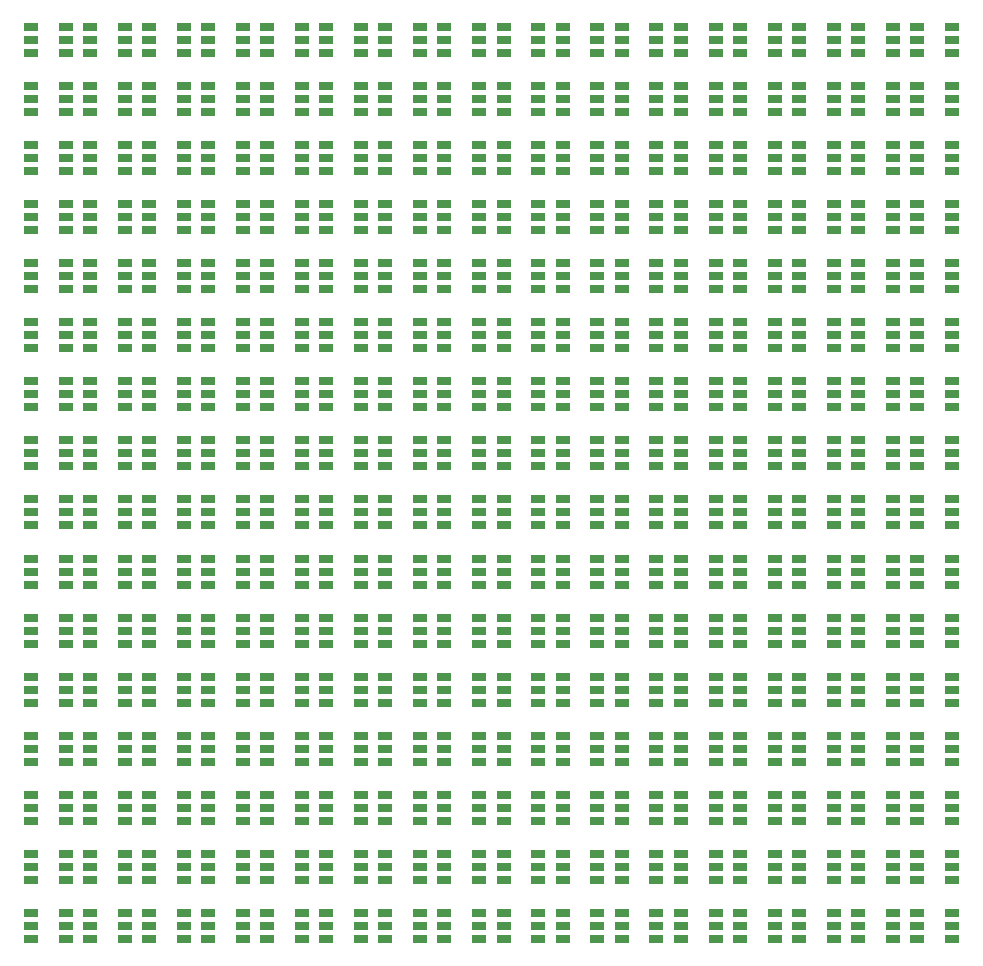
<source format=gbr>
%TF.GenerationSoftware,KiCad,Pcbnew,9.0.7*%
%TF.CreationDate,2026-02-20T11:37:07-08:00*%
%TF.ProjectId,rgb-plate,7267622d-706c-4617-9465-2e6b69636164,rev?*%
%TF.SameCoordinates,Original*%
%TF.FileFunction,Paste,Bot*%
%TF.FilePolarity,Positive*%
%FSLAX46Y46*%
G04 Gerber Fmt 4.6, Leading zero omitted, Abs format (unit mm)*
G04 Created by KiCad (PCBNEW 9.0.7) date 2026-02-20 11:37:07*
%MOMM*%
%LPD*%
G01*
G04 APERTURE LIST*
%ADD10R,1.300000X0.700000*%
G04 APERTURE END LIST*
D10*
%TO.C,D145*%
X147025000Y-62100000D03*
X147025000Y-63200000D03*
X149975000Y-63200000D03*
X149975000Y-62100000D03*
X147025000Y-64300000D03*
X149975000Y-64300000D03*
%TD*%
%TO.C,D133*%
X142025000Y-82100000D03*
X142025000Y-83200000D03*
X144975000Y-83200000D03*
X144975000Y-82100000D03*
X142025000Y-84300000D03*
X144975000Y-84300000D03*
%TD*%
%TO.C,D1*%
X102025000Y-62100000D03*
X102025000Y-63200000D03*
X104975000Y-63200000D03*
X104975000Y-62100000D03*
X102025000Y-64300000D03*
X104975000Y-64300000D03*
%TD*%
%TO.C,D61*%
X117025000Y-122100000D03*
X117025000Y-123200000D03*
X119975000Y-123200000D03*
X119975000Y-122100000D03*
X117025000Y-124300000D03*
X119975000Y-124300000D03*
%TD*%
%TO.C,D143*%
X142025000Y-132100000D03*
X142025000Y-133200000D03*
X144975000Y-133200000D03*
X144975000Y-132100000D03*
X142025000Y-134300000D03*
X144975000Y-134300000D03*
%TD*%
%TO.C,D174*%
X152025000Y-127100000D03*
X152025000Y-128200000D03*
X154975000Y-128200000D03*
X154975000Y-127100000D03*
X152025000Y-129300000D03*
X154975000Y-129300000D03*
%TD*%
%TO.C,D77*%
X122025000Y-122100000D03*
X122025000Y-123200000D03*
X124975000Y-123200000D03*
X124975000Y-122100000D03*
X122025000Y-124300000D03*
X124975000Y-124300000D03*
%TD*%
%TO.C,D239*%
X172025000Y-132100000D03*
X172025000Y-133200000D03*
X174975000Y-133200000D03*
X174975000Y-132100000D03*
X172025000Y-134300000D03*
X174975000Y-134300000D03*
%TD*%
%TO.C,D6*%
X102025000Y-87100000D03*
X102025000Y-88200000D03*
X104975000Y-88200000D03*
X104975000Y-87100000D03*
X102025000Y-89300000D03*
X104975000Y-89300000D03*
%TD*%
%TO.C,D209*%
X167025000Y-62100000D03*
X167025000Y-63200000D03*
X169975000Y-63200000D03*
X169975000Y-62100000D03*
X167025000Y-64300000D03*
X169975000Y-64300000D03*
%TD*%
%TO.C,D44*%
X112025000Y-117100000D03*
X112025000Y-118200000D03*
X114975000Y-118200000D03*
X114975000Y-117100000D03*
X112025000Y-119300000D03*
X114975000Y-119300000D03*
%TD*%
%TO.C,D223*%
X167025000Y-132100000D03*
X167025000Y-133200000D03*
X169975000Y-133200000D03*
X169975000Y-132100000D03*
X167025000Y-134300000D03*
X169975000Y-134300000D03*
%TD*%
%TO.C,D111*%
X132025000Y-132100000D03*
X132025000Y-133200000D03*
X134975000Y-133200000D03*
X134975000Y-132100000D03*
X132025000Y-134300000D03*
X134975000Y-134300000D03*
%TD*%
%TO.C,D19*%
X107025000Y-72100000D03*
X107025000Y-73200000D03*
X109975000Y-73200000D03*
X109975000Y-72100000D03*
X107025000Y-74300000D03*
X109975000Y-74300000D03*
%TD*%
%TO.C,D78*%
X122025000Y-127100000D03*
X122025000Y-128200000D03*
X124975000Y-128200000D03*
X124975000Y-127100000D03*
X122025000Y-129300000D03*
X124975000Y-129300000D03*
%TD*%
%TO.C,D216*%
X167025000Y-97100000D03*
X167025000Y-98200000D03*
X169975000Y-98200000D03*
X169975000Y-97100000D03*
X167025000Y-99300000D03*
X169975000Y-99300000D03*
%TD*%
%TO.C,D30*%
X107025000Y-127100000D03*
X107025000Y-128200000D03*
X109975000Y-128200000D03*
X109975000Y-127100000D03*
X107025000Y-129300000D03*
X109975000Y-129300000D03*
%TD*%
%TO.C,D152*%
X147025000Y-97100000D03*
X147025000Y-98200000D03*
X149975000Y-98200000D03*
X149975000Y-97100000D03*
X147025000Y-99300000D03*
X149975000Y-99300000D03*
%TD*%
%TO.C,D128*%
X137025000Y-137100000D03*
X137025000Y-138200000D03*
X139975000Y-138200000D03*
X139975000Y-137100000D03*
X137025000Y-139300000D03*
X139975000Y-139300000D03*
%TD*%
%TO.C,D158*%
X147025000Y-127100000D03*
X147025000Y-128200000D03*
X149975000Y-128200000D03*
X149975000Y-127100000D03*
X147025000Y-129300000D03*
X149975000Y-129300000D03*
%TD*%
%TO.C,D180*%
X157025000Y-77100000D03*
X157025000Y-78200000D03*
X159975000Y-78200000D03*
X159975000Y-77100000D03*
X157025000Y-79300000D03*
X159975000Y-79300000D03*
%TD*%
%TO.C,D87*%
X127025000Y-92100000D03*
X127025000Y-93200000D03*
X129975000Y-93200000D03*
X129975000Y-92100000D03*
X127025000Y-94300000D03*
X129975000Y-94300000D03*
%TD*%
%TO.C,D42*%
X112025000Y-107100000D03*
X112025000Y-108200000D03*
X114975000Y-108200000D03*
X114975000Y-107100000D03*
X112025000Y-109300000D03*
X114975000Y-109300000D03*
%TD*%
%TO.C,D150*%
X147025000Y-87100000D03*
X147025000Y-88200000D03*
X149975000Y-88200000D03*
X149975000Y-87100000D03*
X147025000Y-89300000D03*
X149975000Y-89300000D03*
%TD*%
%TO.C,D176*%
X152025000Y-137100000D03*
X152025000Y-138200000D03*
X154975000Y-138200000D03*
X154975000Y-137100000D03*
X152025000Y-139300000D03*
X154975000Y-139300000D03*
%TD*%
%TO.C,D29*%
X107025000Y-122100000D03*
X107025000Y-123200000D03*
X109975000Y-123200000D03*
X109975000Y-122100000D03*
X107025000Y-124300000D03*
X109975000Y-124300000D03*
%TD*%
%TO.C,D28*%
X107025000Y-117100000D03*
X107025000Y-118200000D03*
X109975000Y-118200000D03*
X109975000Y-117100000D03*
X107025000Y-119300000D03*
X109975000Y-119300000D03*
%TD*%
%TO.C,D37*%
X112025000Y-82100000D03*
X112025000Y-83200000D03*
X114975000Y-83200000D03*
X114975000Y-82100000D03*
X112025000Y-84300000D03*
X114975000Y-84300000D03*
%TD*%
%TO.C,D164*%
X152025000Y-77100000D03*
X152025000Y-78200000D03*
X154975000Y-78200000D03*
X154975000Y-77100000D03*
X152025000Y-79300000D03*
X154975000Y-79300000D03*
%TD*%
%TO.C,D241*%
X177025000Y-62100000D03*
X177025000Y-63200000D03*
X179975000Y-63200000D03*
X179975000Y-62100000D03*
X177025000Y-64300000D03*
X179975000Y-64300000D03*
%TD*%
%TO.C,D105*%
X132025000Y-102100000D03*
X132025000Y-103200000D03*
X134975000Y-103200000D03*
X134975000Y-102100000D03*
X132025000Y-104300000D03*
X134975000Y-104300000D03*
%TD*%
%TO.C,D132*%
X142025000Y-77100000D03*
X142025000Y-78200000D03*
X144975000Y-78200000D03*
X144975000Y-77100000D03*
X142025000Y-79300000D03*
X144975000Y-79300000D03*
%TD*%
%TO.C,D106*%
X132025000Y-107100000D03*
X132025000Y-108200000D03*
X134975000Y-108200000D03*
X134975000Y-107100000D03*
X132025000Y-109300000D03*
X134975000Y-109300000D03*
%TD*%
%TO.C,D179*%
X157025000Y-72100000D03*
X157025000Y-73200000D03*
X159975000Y-73200000D03*
X159975000Y-72100000D03*
X157025000Y-74300000D03*
X159975000Y-74300000D03*
%TD*%
%TO.C,D7*%
X102025000Y-92100000D03*
X102025000Y-93200000D03*
X104975000Y-93200000D03*
X104975000Y-92100000D03*
X102025000Y-94300000D03*
X104975000Y-94300000D03*
%TD*%
%TO.C,D246*%
X177025000Y-87100000D03*
X177025000Y-88200000D03*
X179975000Y-88200000D03*
X179975000Y-87100000D03*
X177025000Y-89300000D03*
X179975000Y-89300000D03*
%TD*%
%TO.C,D66*%
X122025000Y-67100000D03*
X122025000Y-68200000D03*
X124975000Y-68200000D03*
X124975000Y-67100000D03*
X122025000Y-69300000D03*
X124975000Y-69300000D03*
%TD*%
%TO.C,D153*%
X147025000Y-102100000D03*
X147025000Y-103200000D03*
X149975000Y-103200000D03*
X149975000Y-102100000D03*
X147025000Y-104300000D03*
X149975000Y-104300000D03*
%TD*%
%TO.C,D104*%
X132025000Y-97100000D03*
X132025000Y-98200000D03*
X134975000Y-98200000D03*
X134975000Y-97100000D03*
X132025000Y-99300000D03*
X134975000Y-99300000D03*
%TD*%
%TO.C,D147*%
X147025000Y-72100000D03*
X147025000Y-73200000D03*
X149975000Y-73200000D03*
X149975000Y-72100000D03*
X147025000Y-74300000D03*
X149975000Y-74300000D03*
%TD*%
%TO.C,D127*%
X137025000Y-132100000D03*
X137025000Y-133200000D03*
X139975000Y-133200000D03*
X139975000Y-132100000D03*
X137025000Y-134300000D03*
X139975000Y-134300000D03*
%TD*%
%TO.C,D161*%
X152025000Y-62100000D03*
X152025000Y-63200000D03*
X154975000Y-63200000D03*
X154975000Y-62100000D03*
X152025000Y-64300000D03*
X154975000Y-64300000D03*
%TD*%
%TO.C,D63*%
X117025000Y-132100000D03*
X117025000Y-133200000D03*
X119975000Y-133200000D03*
X119975000Y-132100000D03*
X117025000Y-134300000D03*
X119975000Y-134300000D03*
%TD*%
%TO.C,D226*%
X172025000Y-67100000D03*
X172025000Y-68200000D03*
X174975000Y-68200000D03*
X174975000Y-67100000D03*
X172025000Y-69300000D03*
X174975000Y-69300000D03*
%TD*%
%TO.C,D55*%
X117025000Y-92100000D03*
X117025000Y-93200000D03*
X119975000Y-93200000D03*
X119975000Y-92100000D03*
X117025000Y-94300000D03*
X119975000Y-94300000D03*
%TD*%
%TO.C,D58*%
X117025000Y-107100000D03*
X117025000Y-108200000D03*
X119975000Y-108200000D03*
X119975000Y-107100000D03*
X117025000Y-109300000D03*
X119975000Y-109300000D03*
%TD*%
%TO.C,D24*%
X107025000Y-97100000D03*
X107025000Y-98200000D03*
X109975000Y-98200000D03*
X109975000Y-97100000D03*
X107025000Y-99300000D03*
X109975000Y-99300000D03*
%TD*%
%TO.C,D109*%
X132025000Y-122100000D03*
X132025000Y-123200000D03*
X134975000Y-123200000D03*
X134975000Y-122100000D03*
X132025000Y-124300000D03*
X134975000Y-124300000D03*
%TD*%
%TO.C,D9*%
X102025000Y-102100000D03*
X102025000Y-103200000D03*
X104975000Y-103200000D03*
X104975000Y-102100000D03*
X102025000Y-104300000D03*
X104975000Y-104300000D03*
%TD*%
%TO.C,D207*%
X162025000Y-132100000D03*
X162025000Y-133200000D03*
X164975000Y-133200000D03*
X164975000Y-132100000D03*
X162025000Y-134300000D03*
X164975000Y-134300000D03*
%TD*%
%TO.C,D219*%
X167025000Y-112100000D03*
X167025000Y-113200000D03*
X169975000Y-113200000D03*
X169975000Y-112100000D03*
X167025000Y-114300000D03*
X169975000Y-114300000D03*
%TD*%
%TO.C,D240*%
X172025000Y-137100000D03*
X172025000Y-138200000D03*
X174975000Y-138200000D03*
X174975000Y-137100000D03*
X172025000Y-139300000D03*
X174975000Y-139300000D03*
%TD*%
%TO.C,D92*%
X127025000Y-117100000D03*
X127025000Y-118200000D03*
X129975000Y-118200000D03*
X129975000Y-117100000D03*
X127025000Y-119300000D03*
X129975000Y-119300000D03*
%TD*%
%TO.C,D31*%
X107025000Y-132100000D03*
X107025000Y-133200000D03*
X109975000Y-133200000D03*
X109975000Y-132100000D03*
X107025000Y-134300000D03*
X109975000Y-134300000D03*
%TD*%
%TO.C,D80*%
X122025000Y-137100000D03*
X122025000Y-138200000D03*
X124975000Y-138200000D03*
X124975000Y-137100000D03*
X122025000Y-139300000D03*
X124975000Y-139300000D03*
%TD*%
%TO.C,D26*%
X107025000Y-107100000D03*
X107025000Y-108200000D03*
X109975000Y-108200000D03*
X109975000Y-107100000D03*
X107025000Y-109300000D03*
X109975000Y-109300000D03*
%TD*%
%TO.C,D243*%
X177025000Y-72100000D03*
X177025000Y-73200000D03*
X179975000Y-73200000D03*
X179975000Y-72100000D03*
X177025000Y-74300000D03*
X179975000Y-74300000D03*
%TD*%
%TO.C,D3*%
X102025000Y-72100000D03*
X102025000Y-73200000D03*
X104975000Y-73200000D03*
X104975000Y-72100000D03*
X102025000Y-74300000D03*
X104975000Y-74300000D03*
%TD*%
%TO.C,D16*%
X102025000Y-137100000D03*
X102025000Y-138200000D03*
X104975000Y-138200000D03*
X104975000Y-137100000D03*
X102025000Y-139300000D03*
X104975000Y-139300000D03*
%TD*%
%TO.C,D52*%
X117025000Y-77100000D03*
X117025000Y-78200000D03*
X119975000Y-78200000D03*
X119975000Y-77100000D03*
X117025000Y-79300000D03*
X119975000Y-79300000D03*
%TD*%
%TO.C,D196*%
X162025000Y-77100000D03*
X162025000Y-78200000D03*
X164975000Y-78200000D03*
X164975000Y-77100000D03*
X162025000Y-79300000D03*
X164975000Y-79300000D03*
%TD*%
%TO.C,D121*%
X137025000Y-102100000D03*
X137025000Y-103200000D03*
X139975000Y-103200000D03*
X139975000Y-102100000D03*
X137025000Y-104300000D03*
X139975000Y-104300000D03*
%TD*%
%TO.C,D84*%
X127025000Y-77100000D03*
X127025000Y-78200000D03*
X129975000Y-78200000D03*
X129975000Y-77100000D03*
X127025000Y-79300000D03*
X129975000Y-79300000D03*
%TD*%
%TO.C,D97*%
X132025000Y-62100000D03*
X132025000Y-63200000D03*
X134975000Y-63200000D03*
X134975000Y-62100000D03*
X132025000Y-64300000D03*
X134975000Y-64300000D03*
%TD*%
%TO.C,D167*%
X152025000Y-92100000D03*
X152025000Y-93200000D03*
X154975000Y-93200000D03*
X154975000Y-92100000D03*
X152025000Y-94300000D03*
X154975000Y-94300000D03*
%TD*%
%TO.C,D149*%
X147025000Y-82100000D03*
X147025000Y-83200000D03*
X149975000Y-83200000D03*
X149975000Y-82100000D03*
X147025000Y-84300000D03*
X149975000Y-84300000D03*
%TD*%
%TO.C,D255*%
X177025000Y-132100000D03*
X177025000Y-133200000D03*
X179975000Y-133200000D03*
X179975000Y-132100000D03*
X177025000Y-134300000D03*
X179975000Y-134300000D03*
%TD*%
%TO.C,D89*%
X127025000Y-102100000D03*
X127025000Y-103200000D03*
X129975000Y-103200000D03*
X129975000Y-102100000D03*
X127025000Y-104300000D03*
X129975000Y-104300000D03*
%TD*%
%TO.C,D27*%
X107025000Y-112100000D03*
X107025000Y-113200000D03*
X109975000Y-113200000D03*
X109975000Y-112100000D03*
X107025000Y-114300000D03*
X109975000Y-114300000D03*
%TD*%
%TO.C,D212*%
X167025000Y-77100000D03*
X167025000Y-78200000D03*
X169975000Y-78200000D03*
X169975000Y-77100000D03*
X167025000Y-79300000D03*
X169975000Y-79300000D03*
%TD*%
%TO.C,D68*%
X122025000Y-77100000D03*
X122025000Y-78200000D03*
X124975000Y-78200000D03*
X124975000Y-77100000D03*
X122025000Y-79300000D03*
X124975000Y-79300000D03*
%TD*%
%TO.C,D172*%
X152025000Y-117100000D03*
X152025000Y-118200000D03*
X154975000Y-118200000D03*
X154975000Y-117100000D03*
X152025000Y-119300000D03*
X154975000Y-119300000D03*
%TD*%
%TO.C,D177*%
X157025000Y-62100000D03*
X157025000Y-63200000D03*
X159975000Y-63200000D03*
X159975000Y-62100000D03*
X157025000Y-64300000D03*
X159975000Y-64300000D03*
%TD*%
%TO.C,D135*%
X142025000Y-92100000D03*
X142025000Y-93200000D03*
X144975000Y-93200000D03*
X144975000Y-92100000D03*
X142025000Y-94300000D03*
X144975000Y-94300000D03*
%TD*%
%TO.C,D56*%
X117025000Y-97100000D03*
X117025000Y-98200000D03*
X119975000Y-98200000D03*
X119975000Y-97100000D03*
X117025000Y-99300000D03*
X119975000Y-99300000D03*
%TD*%
%TO.C,D65*%
X122025000Y-62100000D03*
X122025000Y-63200000D03*
X124975000Y-63200000D03*
X124975000Y-62100000D03*
X122025000Y-64300000D03*
X124975000Y-64300000D03*
%TD*%
%TO.C,D200*%
X162025000Y-97100000D03*
X162025000Y-98200000D03*
X164975000Y-98200000D03*
X164975000Y-97100000D03*
X162025000Y-99300000D03*
X164975000Y-99300000D03*
%TD*%
%TO.C,D248*%
X177025000Y-97100000D03*
X177025000Y-98200000D03*
X179975000Y-98200000D03*
X179975000Y-97100000D03*
X177025000Y-99300000D03*
X179975000Y-99300000D03*
%TD*%
%TO.C,D60*%
X117025000Y-117100000D03*
X117025000Y-118200000D03*
X119975000Y-118200000D03*
X119975000Y-117100000D03*
X117025000Y-119300000D03*
X119975000Y-119300000D03*
%TD*%
%TO.C,D252*%
X177025000Y-117100000D03*
X177025000Y-118200000D03*
X179975000Y-118200000D03*
X179975000Y-117100000D03*
X177025000Y-119300000D03*
X179975000Y-119300000D03*
%TD*%
%TO.C,D148*%
X147025000Y-77100000D03*
X147025000Y-78200000D03*
X149975000Y-78200000D03*
X149975000Y-77100000D03*
X147025000Y-79300000D03*
X149975000Y-79300000D03*
%TD*%
%TO.C,D98*%
X132025000Y-67100000D03*
X132025000Y-68200000D03*
X134975000Y-68200000D03*
X134975000Y-67100000D03*
X132025000Y-69300000D03*
X134975000Y-69300000D03*
%TD*%
%TO.C,D162*%
X152025000Y-67100000D03*
X152025000Y-68200000D03*
X154975000Y-68200000D03*
X154975000Y-67100000D03*
X152025000Y-69300000D03*
X154975000Y-69300000D03*
%TD*%
%TO.C,D185*%
X157025000Y-102100000D03*
X157025000Y-103200000D03*
X159975000Y-103200000D03*
X159975000Y-102100000D03*
X157025000Y-104300000D03*
X159975000Y-104300000D03*
%TD*%
%TO.C,D191*%
X157025000Y-132100000D03*
X157025000Y-133200000D03*
X159975000Y-133200000D03*
X159975000Y-132100000D03*
X157025000Y-134300000D03*
X159975000Y-134300000D03*
%TD*%
%TO.C,D236*%
X172025000Y-117100000D03*
X172025000Y-118200000D03*
X174975000Y-118200000D03*
X174975000Y-117100000D03*
X172025000Y-119300000D03*
X174975000Y-119300000D03*
%TD*%
%TO.C,D131*%
X142025000Y-72100000D03*
X142025000Y-73200000D03*
X144975000Y-73200000D03*
X144975000Y-72100000D03*
X142025000Y-74300000D03*
X144975000Y-74300000D03*
%TD*%
%TO.C,D118*%
X137025000Y-87100000D03*
X137025000Y-88200000D03*
X139975000Y-88200000D03*
X139975000Y-87100000D03*
X137025000Y-89300000D03*
X139975000Y-89300000D03*
%TD*%
%TO.C,D138*%
X142025000Y-107100000D03*
X142025000Y-108200000D03*
X144975000Y-108200000D03*
X144975000Y-107100000D03*
X142025000Y-109300000D03*
X144975000Y-109300000D03*
%TD*%
%TO.C,D71*%
X122025000Y-92100000D03*
X122025000Y-93200000D03*
X124975000Y-93200000D03*
X124975000Y-92100000D03*
X122025000Y-94300000D03*
X124975000Y-94300000D03*
%TD*%
%TO.C,D76*%
X122025000Y-117100000D03*
X122025000Y-118200000D03*
X124975000Y-118200000D03*
X124975000Y-117100000D03*
X122025000Y-119300000D03*
X124975000Y-119300000D03*
%TD*%
%TO.C,D204*%
X162025000Y-117100000D03*
X162025000Y-118200000D03*
X164975000Y-118200000D03*
X164975000Y-117100000D03*
X162025000Y-119300000D03*
X164975000Y-119300000D03*
%TD*%
%TO.C,D195*%
X162025000Y-72100000D03*
X162025000Y-73200000D03*
X164975000Y-73200000D03*
X164975000Y-72100000D03*
X162025000Y-74300000D03*
X164975000Y-74300000D03*
%TD*%
%TO.C,D228*%
X172025000Y-77100000D03*
X172025000Y-78200000D03*
X174975000Y-78200000D03*
X174975000Y-77100000D03*
X172025000Y-79300000D03*
X174975000Y-79300000D03*
%TD*%
%TO.C,D245*%
X177025000Y-82100000D03*
X177025000Y-83200000D03*
X179975000Y-83200000D03*
X179975000Y-82100000D03*
X177025000Y-84300000D03*
X179975000Y-84300000D03*
%TD*%
%TO.C,D83*%
X127025000Y-72100000D03*
X127025000Y-73200000D03*
X129975000Y-73200000D03*
X129975000Y-72100000D03*
X127025000Y-74300000D03*
X129975000Y-74300000D03*
%TD*%
%TO.C,D103*%
X132025000Y-92100000D03*
X132025000Y-93200000D03*
X134975000Y-93200000D03*
X134975000Y-92100000D03*
X132025000Y-94300000D03*
X134975000Y-94300000D03*
%TD*%
%TO.C,D190*%
X157025000Y-127100000D03*
X157025000Y-128200000D03*
X159975000Y-128200000D03*
X159975000Y-127100000D03*
X157025000Y-129300000D03*
X159975000Y-129300000D03*
%TD*%
%TO.C,D85*%
X127025000Y-82100000D03*
X127025000Y-83200000D03*
X129975000Y-83200000D03*
X129975000Y-82100000D03*
X127025000Y-84300000D03*
X129975000Y-84300000D03*
%TD*%
%TO.C,D160*%
X147025000Y-137100000D03*
X147025000Y-138200000D03*
X149975000Y-138200000D03*
X149975000Y-137100000D03*
X147025000Y-139300000D03*
X149975000Y-139300000D03*
%TD*%
%TO.C,D187*%
X157025000Y-112100000D03*
X157025000Y-113200000D03*
X159975000Y-113200000D03*
X159975000Y-112100000D03*
X157025000Y-114300000D03*
X159975000Y-114300000D03*
%TD*%
%TO.C,D100*%
X132025000Y-77100000D03*
X132025000Y-78200000D03*
X134975000Y-78200000D03*
X134975000Y-77100000D03*
X132025000Y-79300000D03*
X134975000Y-79300000D03*
%TD*%
%TO.C,D82*%
X127025000Y-67100000D03*
X127025000Y-68200000D03*
X129975000Y-68200000D03*
X129975000Y-67100000D03*
X127025000Y-69300000D03*
X129975000Y-69300000D03*
%TD*%
%TO.C,D41*%
X112025000Y-102100000D03*
X112025000Y-103200000D03*
X114975000Y-103200000D03*
X114975000Y-102100000D03*
X112025000Y-104300000D03*
X114975000Y-104300000D03*
%TD*%
%TO.C,D231*%
X172025000Y-92100000D03*
X172025000Y-93200000D03*
X174975000Y-93200000D03*
X174975000Y-92100000D03*
X172025000Y-94300000D03*
X174975000Y-94300000D03*
%TD*%
%TO.C,D237*%
X172025000Y-122100000D03*
X172025000Y-123200000D03*
X174975000Y-123200000D03*
X174975000Y-122100000D03*
X172025000Y-124300000D03*
X174975000Y-124300000D03*
%TD*%
%TO.C,D99*%
X132025000Y-72100000D03*
X132025000Y-73200000D03*
X134975000Y-73200000D03*
X134975000Y-72100000D03*
X132025000Y-74300000D03*
X134975000Y-74300000D03*
%TD*%
%TO.C,D144*%
X142025000Y-137100000D03*
X142025000Y-138200000D03*
X144975000Y-138200000D03*
X144975000Y-137100000D03*
X142025000Y-139300000D03*
X144975000Y-139300000D03*
%TD*%
%TO.C,D95*%
X127025000Y-132100000D03*
X127025000Y-133200000D03*
X129975000Y-133200000D03*
X129975000Y-132100000D03*
X127025000Y-134300000D03*
X129975000Y-134300000D03*
%TD*%
%TO.C,D238*%
X172025000Y-127100000D03*
X172025000Y-128200000D03*
X174975000Y-128200000D03*
X174975000Y-127100000D03*
X172025000Y-129300000D03*
X174975000Y-129300000D03*
%TD*%
%TO.C,D159*%
X147025000Y-132100000D03*
X147025000Y-133200000D03*
X149975000Y-133200000D03*
X149975000Y-132100000D03*
X147025000Y-134300000D03*
X149975000Y-134300000D03*
%TD*%
%TO.C,D117*%
X137025000Y-82100000D03*
X137025000Y-83200000D03*
X139975000Y-83200000D03*
X139975000Y-82100000D03*
X137025000Y-84300000D03*
X139975000Y-84300000D03*
%TD*%
%TO.C,D222*%
X167025000Y-127100000D03*
X167025000Y-128200000D03*
X169975000Y-128200000D03*
X169975000Y-127100000D03*
X167025000Y-129300000D03*
X169975000Y-129300000D03*
%TD*%
%TO.C,D101*%
X132025000Y-82100000D03*
X132025000Y-83200000D03*
X134975000Y-83200000D03*
X134975000Y-82100000D03*
X132025000Y-84300000D03*
X134975000Y-84300000D03*
%TD*%
%TO.C,D193*%
X162025000Y-62100000D03*
X162025000Y-63200000D03*
X164975000Y-63200000D03*
X164975000Y-62100000D03*
X162025000Y-64300000D03*
X164975000Y-64300000D03*
%TD*%
%TO.C,D62*%
X117025000Y-127100000D03*
X117025000Y-128200000D03*
X119975000Y-128200000D03*
X119975000Y-127100000D03*
X117025000Y-129300000D03*
X119975000Y-129300000D03*
%TD*%
%TO.C,D32*%
X107025000Y-137100000D03*
X107025000Y-138200000D03*
X109975000Y-138200000D03*
X109975000Y-137100000D03*
X107025000Y-139300000D03*
X109975000Y-139300000D03*
%TD*%
%TO.C,D43*%
X112025000Y-112100000D03*
X112025000Y-113200000D03*
X114975000Y-113200000D03*
X114975000Y-112100000D03*
X112025000Y-114300000D03*
X114975000Y-114300000D03*
%TD*%
%TO.C,D165*%
X152025000Y-82100000D03*
X152025000Y-83200000D03*
X154975000Y-83200000D03*
X154975000Y-82100000D03*
X152025000Y-84300000D03*
X154975000Y-84300000D03*
%TD*%
%TO.C,D134*%
X142025000Y-87100000D03*
X142025000Y-88200000D03*
X144975000Y-88200000D03*
X144975000Y-87100000D03*
X142025000Y-89300000D03*
X144975000Y-89300000D03*
%TD*%
%TO.C,D14*%
X102025000Y-127100000D03*
X102025000Y-128200000D03*
X104975000Y-128200000D03*
X104975000Y-127100000D03*
X102025000Y-129300000D03*
X104975000Y-129300000D03*
%TD*%
%TO.C,D211*%
X167025000Y-72100000D03*
X167025000Y-73200000D03*
X169975000Y-73200000D03*
X169975000Y-72100000D03*
X167025000Y-74300000D03*
X169975000Y-74300000D03*
%TD*%
%TO.C,D113*%
X137025000Y-62100000D03*
X137025000Y-63200000D03*
X139975000Y-63200000D03*
X139975000Y-62100000D03*
X137025000Y-64300000D03*
X139975000Y-64300000D03*
%TD*%
%TO.C,D221*%
X167025000Y-122100000D03*
X167025000Y-123200000D03*
X169975000Y-123200000D03*
X169975000Y-122100000D03*
X167025000Y-124300000D03*
X169975000Y-124300000D03*
%TD*%
%TO.C,D129*%
X142025000Y-62100000D03*
X142025000Y-63200000D03*
X144975000Y-63200000D03*
X144975000Y-62100000D03*
X142025000Y-64300000D03*
X144975000Y-64300000D03*
%TD*%
%TO.C,D182*%
X157025000Y-87100000D03*
X157025000Y-88200000D03*
X159975000Y-88200000D03*
X159975000Y-87100000D03*
X157025000Y-89300000D03*
X159975000Y-89300000D03*
%TD*%
%TO.C,D123*%
X137025000Y-112100000D03*
X137025000Y-113200000D03*
X139975000Y-113200000D03*
X139975000Y-112100000D03*
X137025000Y-114300000D03*
X139975000Y-114300000D03*
%TD*%
%TO.C,D230*%
X172025000Y-87100000D03*
X172025000Y-88200000D03*
X174975000Y-88200000D03*
X174975000Y-87100000D03*
X172025000Y-89300000D03*
X174975000Y-89300000D03*
%TD*%
%TO.C,D140*%
X142025000Y-117100000D03*
X142025000Y-118200000D03*
X144975000Y-118200000D03*
X144975000Y-117100000D03*
X142025000Y-119300000D03*
X144975000Y-119300000D03*
%TD*%
%TO.C,D242*%
X177025000Y-67100000D03*
X177025000Y-68200000D03*
X179975000Y-68200000D03*
X179975000Y-67100000D03*
X177025000Y-69300000D03*
X179975000Y-69300000D03*
%TD*%
%TO.C,D197*%
X162025000Y-82100000D03*
X162025000Y-83200000D03*
X164975000Y-83200000D03*
X164975000Y-82100000D03*
X162025000Y-84300000D03*
X164975000Y-84300000D03*
%TD*%
%TO.C,D151*%
X147025000Y-92100000D03*
X147025000Y-93200000D03*
X149975000Y-93200000D03*
X149975000Y-92100000D03*
X147025000Y-94300000D03*
X149975000Y-94300000D03*
%TD*%
%TO.C,D206*%
X162025000Y-127100000D03*
X162025000Y-128200000D03*
X164975000Y-128200000D03*
X164975000Y-127100000D03*
X162025000Y-129300000D03*
X164975000Y-129300000D03*
%TD*%
%TO.C,D214*%
X167025000Y-87100000D03*
X167025000Y-88200000D03*
X169975000Y-88200000D03*
X169975000Y-87100000D03*
X167025000Y-89300000D03*
X169975000Y-89300000D03*
%TD*%
%TO.C,D137*%
X142025000Y-102100000D03*
X142025000Y-103200000D03*
X144975000Y-103200000D03*
X144975000Y-102100000D03*
X142025000Y-104300000D03*
X144975000Y-104300000D03*
%TD*%
%TO.C,D93*%
X127025000Y-122100000D03*
X127025000Y-123200000D03*
X129975000Y-123200000D03*
X129975000Y-122100000D03*
X127025000Y-124300000D03*
X129975000Y-124300000D03*
%TD*%
%TO.C,D96*%
X127025000Y-137100000D03*
X127025000Y-138200000D03*
X129975000Y-138200000D03*
X129975000Y-137100000D03*
X127025000Y-139300000D03*
X129975000Y-139300000D03*
%TD*%
%TO.C,D108*%
X132025000Y-117100000D03*
X132025000Y-118200000D03*
X134975000Y-118200000D03*
X134975000Y-117100000D03*
X132025000Y-119300000D03*
X134975000Y-119300000D03*
%TD*%
%TO.C,D86*%
X127025000Y-87100000D03*
X127025000Y-88200000D03*
X129975000Y-88200000D03*
X129975000Y-87100000D03*
X127025000Y-89300000D03*
X129975000Y-89300000D03*
%TD*%
%TO.C,D120*%
X137025000Y-97100000D03*
X137025000Y-98200000D03*
X139975000Y-98200000D03*
X139975000Y-97100000D03*
X137025000Y-99300000D03*
X139975000Y-99300000D03*
%TD*%
%TO.C,D51*%
X117025000Y-72100000D03*
X117025000Y-73200000D03*
X119975000Y-73200000D03*
X119975000Y-72100000D03*
X117025000Y-74300000D03*
X119975000Y-74300000D03*
%TD*%
%TO.C,D102*%
X132025000Y-87100000D03*
X132025000Y-88200000D03*
X134975000Y-88200000D03*
X134975000Y-87100000D03*
X132025000Y-89300000D03*
X134975000Y-89300000D03*
%TD*%
%TO.C,D199*%
X162025000Y-92100000D03*
X162025000Y-93200000D03*
X164975000Y-93200000D03*
X164975000Y-92100000D03*
X162025000Y-94300000D03*
X164975000Y-94300000D03*
%TD*%
%TO.C,D234*%
X172025000Y-107100000D03*
X172025000Y-108200000D03*
X174975000Y-108200000D03*
X174975000Y-107100000D03*
X172025000Y-109300000D03*
X174975000Y-109300000D03*
%TD*%
%TO.C,D183*%
X157025000Y-92100000D03*
X157025000Y-93200000D03*
X159975000Y-93200000D03*
X159975000Y-92100000D03*
X157025000Y-94300000D03*
X159975000Y-94300000D03*
%TD*%
%TO.C,D115*%
X137025000Y-72100000D03*
X137025000Y-73200000D03*
X139975000Y-73200000D03*
X139975000Y-72100000D03*
X137025000Y-74300000D03*
X139975000Y-74300000D03*
%TD*%
%TO.C,D69*%
X122025000Y-82100000D03*
X122025000Y-83200000D03*
X124975000Y-83200000D03*
X124975000Y-82100000D03*
X122025000Y-84300000D03*
X124975000Y-84300000D03*
%TD*%
%TO.C,D48*%
X112025000Y-137100000D03*
X112025000Y-138200000D03*
X114975000Y-138200000D03*
X114975000Y-137100000D03*
X112025000Y-139300000D03*
X114975000Y-139300000D03*
%TD*%
%TO.C,D155*%
X147025000Y-112100000D03*
X147025000Y-113200000D03*
X149975000Y-113200000D03*
X149975000Y-112100000D03*
X147025000Y-114300000D03*
X149975000Y-114300000D03*
%TD*%
%TO.C,D215*%
X167025000Y-92100000D03*
X167025000Y-93200000D03*
X169975000Y-93200000D03*
X169975000Y-92100000D03*
X167025000Y-94300000D03*
X169975000Y-94300000D03*
%TD*%
%TO.C,D208*%
X162025000Y-137100000D03*
X162025000Y-138200000D03*
X164975000Y-138200000D03*
X164975000Y-137100000D03*
X162025000Y-139300000D03*
X164975000Y-139300000D03*
%TD*%
%TO.C,D141*%
X142025000Y-122100000D03*
X142025000Y-123200000D03*
X144975000Y-123200000D03*
X144975000Y-122100000D03*
X142025000Y-124300000D03*
X144975000Y-124300000D03*
%TD*%
%TO.C,D247*%
X177025000Y-92100000D03*
X177025000Y-93200000D03*
X179975000Y-93200000D03*
X179975000Y-92100000D03*
X177025000Y-94300000D03*
X179975000Y-94300000D03*
%TD*%
%TO.C,D23*%
X107025000Y-92100000D03*
X107025000Y-93200000D03*
X109975000Y-93200000D03*
X109975000Y-92100000D03*
X107025000Y-94300000D03*
X109975000Y-94300000D03*
%TD*%
%TO.C,D249*%
X177025000Y-102100000D03*
X177025000Y-103200000D03*
X179975000Y-103200000D03*
X179975000Y-102100000D03*
X177025000Y-104300000D03*
X179975000Y-104300000D03*
%TD*%
%TO.C,D13*%
X102025000Y-122100000D03*
X102025000Y-123200000D03*
X104975000Y-123200000D03*
X104975000Y-122100000D03*
X102025000Y-124300000D03*
X104975000Y-124300000D03*
%TD*%
%TO.C,D112*%
X132025000Y-137100000D03*
X132025000Y-138200000D03*
X134975000Y-138200000D03*
X134975000Y-137100000D03*
X132025000Y-139300000D03*
X134975000Y-139300000D03*
%TD*%
%TO.C,D154*%
X147025000Y-107100000D03*
X147025000Y-108200000D03*
X149975000Y-108200000D03*
X149975000Y-107100000D03*
X147025000Y-109300000D03*
X149975000Y-109300000D03*
%TD*%
%TO.C,D34*%
X112025000Y-67100000D03*
X112025000Y-68200000D03*
X114975000Y-68200000D03*
X114975000Y-67100000D03*
X112025000Y-69300000D03*
X114975000Y-69300000D03*
%TD*%
%TO.C,D227*%
X172025000Y-72100000D03*
X172025000Y-73200000D03*
X174975000Y-73200000D03*
X174975000Y-72100000D03*
X172025000Y-74300000D03*
X174975000Y-74300000D03*
%TD*%
%TO.C,D90*%
X127025000Y-107100000D03*
X127025000Y-108200000D03*
X129975000Y-108200000D03*
X129975000Y-107100000D03*
X127025000Y-109300000D03*
X129975000Y-109300000D03*
%TD*%
%TO.C,D11*%
X102025000Y-112100000D03*
X102025000Y-113200000D03*
X104975000Y-113200000D03*
X104975000Y-112100000D03*
X102025000Y-114300000D03*
X104975000Y-114300000D03*
%TD*%
%TO.C,D21*%
X107025000Y-82100000D03*
X107025000Y-83200000D03*
X109975000Y-83200000D03*
X109975000Y-82100000D03*
X107025000Y-84300000D03*
X109975000Y-84300000D03*
%TD*%
%TO.C,D175*%
X152025000Y-132100000D03*
X152025000Y-133200000D03*
X154975000Y-133200000D03*
X154975000Y-132100000D03*
X152025000Y-134300000D03*
X154975000Y-134300000D03*
%TD*%
%TO.C,D173*%
X152025000Y-122100000D03*
X152025000Y-123200000D03*
X154975000Y-123200000D03*
X154975000Y-122100000D03*
X152025000Y-124300000D03*
X154975000Y-124300000D03*
%TD*%
%TO.C,D224*%
X167025000Y-137100000D03*
X167025000Y-138200000D03*
X169975000Y-138200000D03*
X169975000Y-137100000D03*
X167025000Y-139300000D03*
X169975000Y-139300000D03*
%TD*%
%TO.C,D225*%
X172025000Y-62100000D03*
X172025000Y-63200000D03*
X174975000Y-63200000D03*
X174975000Y-62100000D03*
X172025000Y-64300000D03*
X174975000Y-64300000D03*
%TD*%
%TO.C,D114*%
X137025000Y-67100000D03*
X137025000Y-68200000D03*
X139975000Y-68200000D03*
X139975000Y-67100000D03*
X137025000Y-69300000D03*
X139975000Y-69300000D03*
%TD*%
%TO.C,D166*%
X152025000Y-87100000D03*
X152025000Y-88200000D03*
X154975000Y-88200000D03*
X154975000Y-87100000D03*
X152025000Y-89300000D03*
X154975000Y-89300000D03*
%TD*%
%TO.C,D188*%
X157025000Y-117100000D03*
X157025000Y-118200000D03*
X159975000Y-118200000D03*
X159975000Y-117100000D03*
X157025000Y-119300000D03*
X159975000Y-119300000D03*
%TD*%
%TO.C,D169*%
X152025000Y-102100000D03*
X152025000Y-103200000D03*
X154975000Y-103200000D03*
X154975000Y-102100000D03*
X152025000Y-104300000D03*
X154975000Y-104300000D03*
%TD*%
%TO.C,D22*%
X107025000Y-87100000D03*
X107025000Y-88200000D03*
X109975000Y-88200000D03*
X109975000Y-87100000D03*
X107025000Y-89300000D03*
X109975000Y-89300000D03*
%TD*%
%TO.C,D146*%
X147025000Y-67100000D03*
X147025000Y-68200000D03*
X149975000Y-68200000D03*
X149975000Y-67100000D03*
X147025000Y-69300000D03*
X149975000Y-69300000D03*
%TD*%
%TO.C,D5*%
X102025000Y-82100000D03*
X102025000Y-83200000D03*
X104975000Y-83200000D03*
X104975000Y-82100000D03*
X102025000Y-84300000D03*
X104975000Y-84300000D03*
%TD*%
%TO.C,D39*%
X112025000Y-92100000D03*
X112025000Y-93200000D03*
X114975000Y-93200000D03*
X114975000Y-92100000D03*
X112025000Y-94300000D03*
X114975000Y-94300000D03*
%TD*%
%TO.C,D198*%
X162025000Y-87100000D03*
X162025000Y-88200000D03*
X164975000Y-88200000D03*
X164975000Y-87100000D03*
X162025000Y-89300000D03*
X164975000Y-89300000D03*
%TD*%
%TO.C,D256*%
X177025000Y-137100000D03*
X177025000Y-138200000D03*
X179975000Y-138200000D03*
X179975000Y-137100000D03*
X177025000Y-139300000D03*
X179975000Y-139300000D03*
%TD*%
%TO.C,D119*%
X137025000Y-92100000D03*
X137025000Y-93200000D03*
X139975000Y-93200000D03*
X139975000Y-92100000D03*
X137025000Y-94300000D03*
X139975000Y-94300000D03*
%TD*%
%TO.C,D229*%
X172025000Y-82100000D03*
X172025000Y-83200000D03*
X174975000Y-83200000D03*
X174975000Y-82100000D03*
X172025000Y-84300000D03*
X174975000Y-84300000D03*
%TD*%
%TO.C,D156*%
X147025000Y-117100000D03*
X147025000Y-118200000D03*
X149975000Y-118200000D03*
X149975000Y-117100000D03*
X147025000Y-119300000D03*
X149975000Y-119300000D03*
%TD*%
%TO.C,D49*%
X117025000Y-62100000D03*
X117025000Y-63200000D03*
X119975000Y-63200000D03*
X119975000Y-62100000D03*
X117025000Y-64300000D03*
X119975000Y-64300000D03*
%TD*%
%TO.C,D107*%
X132025000Y-112100000D03*
X132025000Y-113200000D03*
X134975000Y-113200000D03*
X134975000Y-112100000D03*
X132025000Y-114300000D03*
X134975000Y-114300000D03*
%TD*%
%TO.C,D171*%
X152025000Y-112100000D03*
X152025000Y-113200000D03*
X154975000Y-113200000D03*
X154975000Y-112100000D03*
X152025000Y-114300000D03*
X154975000Y-114300000D03*
%TD*%
%TO.C,D45*%
X112025000Y-122100000D03*
X112025000Y-123200000D03*
X114975000Y-123200000D03*
X114975000Y-122100000D03*
X112025000Y-124300000D03*
X114975000Y-124300000D03*
%TD*%
%TO.C,D192*%
X157025000Y-137100000D03*
X157025000Y-138200000D03*
X159975000Y-138200000D03*
X159975000Y-137100000D03*
X157025000Y-139300000D03*
X159975000Y-139300000D03*
%TD*%
%TO.C,D8*%
X102025000Y-97100000D03*
X102025000Y-98200000D03*
X104975000Y-98200000D03*
X104975000Y-97100000D03*
X102025000Y-99300000D03*
X104975000Y-99300000D03*
%TD*%
%TO.C,D250*%
X177025000Y-107100000D03*
X177025000Y-108200000D03*
X179975000Y-108200000D03*
X179975000Y-107100000D03*
X177025000Y-109300000D03*
X179975000Y-109300000D03*
%TD*%
%TO.C,D4*%
X102025000Y-77100000D03*
X102025000Y-78200000D03*
X104975000Y-78200000D03*
X104975000Y-77100000D03*
X102025000Y-79300000D03*
X104975000Y-79300000D03*
%TD*%
%TO.C,D59*%
X117025000Y-112100000D03*
X117025000Y-113200000D03*
X119975000Y-113200000D03*
X119975000Y-112100000D03*
X117025000Y-114300000D03*
X119975000Y-114300000D03*
%TD*%
%TO.C,D15*%
X102025000Y-132100000D03*
X102025000Y-133200000D03*
X104975000Y-133200000D03*
X104975000Y-132100000D03*
X102025000Y-134300000D03*
X104975000Y-134300000D03*
%TD*%
%TO.C,D170*%
X152025000Y-107100000D03*
X152025000Y-108200000D03*
X154975000Y-108200000D03*
X154975000Y-107100000D03*
X152025000Y-109300000D03*
X154975000Y-109300000D03*
%TD*%
%TO.C,D17*%
X107025000Y-62100000D03*
X107025000Y-63200000D03*
X109975000Y-63200000D03*
X109975000Y-62100000D03*
X107025000Y-64300000D03*
X109975000Y-64300000D03*
%TD*%
%TO.C,D10*%
X102025000Y-107100000D03*
X102025000Y-108200000D03*
X104975000Y-108200000D03*
X104975000Y-107100000D03*
X102025000Y-109300000D03*
X104975000Y-109300000D03*
%TD*%
%TO.C,D194*%
X162025000Y-67100000D03*
X162025000Y-68200000D03*
X164975000Y-68200000D03*
X164975000Y-67100000D03*
X162025000Y-69300000D03*
X164975000Y-69300000D03*
%TD*%
%TO.C,D81*%
X127025000Y-62100000D03*
X127025000Y-63200000D03*
X129975000Y-63200000D03*
X129975000Y-62100000D03*
X127025000Y-64300000D03*
X129975000Y-64300000D03*
%TD*%
%TO.C,D57*%
X117025000Y-102100000D03*
X117025000Y-103200000D03*
X119975000Y-103200000D03*
X119975000Y-102100000D03*
X117025000Y-104300000D03*
X119975000Y-104300000D03*
%TD*%
%TO.C,D233*%
X172025000Y-102100000D03*
X172025000Y-103200000D03*
X174975000Y-103200000D03*
X174975000Y-102100000D03*
X172025000Y-104300000D03*
X174975000Y-104300000D03*
%TD*%
%TO.C,D235*%
X172025000Y-112100000D03*
X172025000Y-113200000D03*
X174975000Y-113200000D03*
X174975000Y-112100000D03*
X172025000Y-114300000D03*
X174975000Y-114300000D03*
%TD*%
%TO.C,D2*%
X102025000Y-67100000D03*
X102025000Y-68200000D03*
X104975000Y-68200000D03*
X104975000Y-67100000D03*
X102025000Y-69300000D03*
X104975000Y-69300000D03*
%TD*%
%TO.C,D189*%
X157025000Y-122100000D03*
X157025000Y-123200000D03*
X159975000Y-123200000D03*
X159975000Y-122100000D03*
X157025000Y-124300000D03*
X159975000Y-124300000D03*
%TD*%
%TO.C,D70*%
X122025000Y-87100000D03*
X122025000Y-88200000D03*
X124975000Y-88200000D03*
X124975000Y-87100000D03*
X122025000Y-89300000D03*
X124975000Y-89300000D03*
%TD*%
%TO.C,D94*%
X127025000Y-127100000D03*
X127025000Y-128200000D03*
X129975000Y-128200000D03*
X129975000Y-127100000D03*
X127025000Y-129300000D03*
X129975000Y-129300000D03*
%TD*%
%TO.C,D18*%
X107025000Y-67100000D03*
X107025000Y-68200000D03*
X109975000Y-68200000D03*
X109975000Y-67100000D03*
X107025000Y-69300000D03*
X109975000Y-69300000D03*
%TD*%
%TO.C,D218*%
X167025000Y-107100000D03*
X167025000Y-108200000D03*
X169975000Y-108200000D03*
X169975000Y-107100000D03*
X167025000Y-109300000D03*
X169975000Y-109300000D03*
%TD*%
%TO.C,D74*%
X122025000Y-107100000D03*
X122025000Y-108200000D03*
X124975000Y-108200000D03*
X124975000Y-107100000D03*
X122025000Y-109300000D03*
X124975000Y-109300000D03*
%TD*%
%TO.C,D73*%
X122025000Y-102100000D03*
X122025000Y-103200000D03*
X124975000Y-103200000D03*
X124975000Y-102100000D03*
X122025000Y-104300000D03*
X124975000Y-104300000D03*
%TD*%
%TO.C,D232*%
X172025000Y-97100000D03*
X172025000Y-98200000D03*
X174975000Y-98200000D03*
X174975000Y-97100000D03*
X172025000Y-99300000D03*
X174975000Y-99300000D03*
%TD*%
%TO.C,D253*%
X177025000Y-122100000D03*
X177025000Y-123200000D03*
X179975000Y-123200000D03*
X179975000Y-122100000D03*
X177025000Y-124300000D03*
X179975000Y-124300000D03*
%TD*%
%TO.C,D125*%
X137025000Y-122100000D03*
X137025000Y-123200000D03*
X139975000Y-123200000D03*
X139975000Y-122100000D03*
X137025000Y-124300000D03*
X139975000Y-124300000D03*
%TD*%
%TO.C,D244*%
X177025000Y-77100000D03*
X177025000Y-78200000D03*
X179975000Y-78200000D03*
X179975000Y-77100000D03*
X177025000Y-79300000D03*
X179975000Y-79300000D03*
%TD*%
%TO.C,D122*%
X137025000Y-107100000D03*
X137025000Y-108200000D03*
X139975000Y-108200000D03*
X139975000Y-107100000D03*
X137025000Y-109300000D03*
X139975000Y-109300000D03*
%TD*%
%TO.C,D184*%
X157025000Y-97100000D03*
X157025000Y-98200000D03*
X159975000Y-98200000D03*
X159975000Y-97100000D03*
X157025000Y-99300000D03*
X159975000Y-99300000D03*
%TD*%
%TO.C,D163*%
X152025000Y-72100000D03*
X152025000Y-73200000D03*
X154975000Y-73200000D03*
X154975000Y-72100000D03*
X152025000Y-74300000D03*
X154975000Y-74300000D03*
%TD*%
%TO.C,D47*%
X112025000Y-132100000D03*
X112025000Y-133200000D03*
X114975000Y-133200000D03*
X114975000Y-132100000D03*
X112025000Y-134300000D03*
X114975000Y-134300000D03*
%TD*%
%TO.C,D110*%
X132025000Y-127100000D03*
X132025000Y-128200000D03*
X134975000Y-128200000D03*
X134975000Y-127100000D03*
X132025000Y-129300000D03*
X134975000Y-129300000D03*
%TD*%
%TO.C,D72*%
X122025000Y-97100000D03*
X122025000Y-98200000D03*
X124975000Y-98200000D03*
X124975000Y-97100000D03*
X122025000Y-99300000D03*
X124975000Y-99300000D03*
%TD*%
%TO.C,D36*%
X112025000Y-77100000D03*
X112025000Y-78200000D03*
X114975000Y-78200000D03*
X114975000Y-77100000D03*
X112025000Y-79300000D03*
X114975000Y-79300000D03*
%TD*%
%TO.C,D75*%
X122025000Y-112100000D03*
X122025000Y-113200000D03*
X124975000Y-113200000D03*
X124975000Y-112100000D03*
X122025000Y-114300000D03*
X124975000Y-114300000D03*
%TD*%
%TO.C,D202*%
X162025000Y-107100000D03*
X162025000Y-108200000D03*
X164975000Y-108200000D03*
X164975000Y-107100000D03*
X162025000Y-109300000D03*
X164975000Y-109300000D03*
%TD*%
%TO.C,D33*%
X112025000Y-62100000D03*
X112025000Y-63200000D03*
X114975000Y-63200000D03*
X114975000Y-62100000D03*
X112025000Y-64300000D03*
X114975000Y-64300000D03*
%TD*%
%TO.C,D50*%
X117025000Y-67100000D03*
X117025000Y-68200000D03*
X119975000Y-68200000D03*
X119975000Y-67100000D03*
X117025000Y-69300000D03*
X119975000Y-69300000D03*
%TD*%
%TO.C,D12*%
X102025000Y-117100000D03*
X102025000Y-118200000D03*
X104975000Y-118200000D03*
X104975000Y-117100000D03*
X102025000Y-119300000D03*
X104975000Y-119300000D03*
%TD*%
%TO.C,D116*%
X137025000Y-77100000D03*
X137025000Y-78200000D03*
X139975000Y-78200000D03*
X139975000Y-77100000D03*
X137025000Y-79300000D03*
X139975000Y-79300000D03*
%TD*%
%TO.C,D91*%
X127025000Y-112100000D03*
X127025000Y-113200000D03*
X129975000Y-113200000D03*
X129975000Y-112100000D03*
X127025000Y-114300000D03*
X129975000Y-114300000D03*
%TD*%
%TO.C,D210*%
X167025000Y-67100000D03*
X167025000Y-68200000D03*
X169975000Y-68200000D03*
X169975000Y-67100000D03*
X167025000Y-69300000D03*
X169975000Y-69300000D03*
%TD*%
%TO.C,D186*%
X157025000Y-107100000D03*
X157025000Y-108200000D03*
X159975000Y-108200000D03*
X159975000Y-107100000D03*
X157025000Y-109300000D03*
X159975000Y-109300000D03*
%TD*%
%TO.C,D168*%
X152025000Y-97100000D03*
X152025000Y-98200000D03*
X154975000Y-98200000D03*
X154975000Y-97100000D03*
X152025000Y-99300000D03*
X154975000Y-99300000D03*
%TD*%
%TO.C,D181*%
X157025000Y-82100000D03*
X157025000Y-83200000D03*
X159975000Y-83200000D03*
X159975000Y-82100000D03*
X157025000Y-84300000D03*
X159975000Y-84300000D03*
%TD*%
%TO.C,D67*%
X122025000Y-72100000D03*
X122025000Y-73200000D03*
X124975000Y-73200000D03*
X124975000Y-72100000D03*
X122025000Y-74300000D03*
X124975000Y-74300000D03*
%TD*%
%TO.C,D40*%
X112025000Y-97100000D03*
X112025000Y-98200000D03*
X114975000Y-98200000D03*
X114975000Y-97100000D03*
X112025000Y-99300000D03*
X114975000Y-99300000D03*
%TD*%
%TO.C,D205*%
X162025000Y-122100000D03*
X162025000Y-123200000D03*
X164975000Y-123200000D03*
X164975000Y-122100000D03*
X162025000Y-124300000D03*
X164975000Y-124300000D03*
%TD*%
%TO.C,D157*%
X147025000Y-122100000D03*
X147025000Y-123200000D03*
X149975000Y-123200000D03*
X149975000Y-122100000D03*
X147025000Y-124300000D03*
X149975000Y-124300000D03*
%TD*%
%TO.C,D124*%
X137025000Y-117100000D03*
X137025000Y-118200000D03*
X139975000Y-118200000D03*
X139975000Y-117100000D03*
X137025000Y-119300000D03*
X139975000Y-119300000D03*
%TD*%
%TO.C,D79*%
X122025000Y-132100000D03*
X122025000Y-133200000D03*
X124975000Y-133200000D03*
X124975000Y-132100000D03*
X122025000Y-134300000D03*
X124975000Y-134300000D03*
%TD*%
%TO.C,D88*%
X127025000Y-97100000D03*
X127025000Y-98200000D03*
X129975000Y-98200000D03*
X129975000Y-97100000D03*
X127025000Y-99300000D03*
X129975000Y-99300000D03*
%TD*%
%TO.C,D46*%
X112025000Y-127100000D03*
X112025000Y-128200000D03*
X114975000Y-128200000D03*
X114975000Y-127100000D03*
X112025000Y-129300000D03*
X114975000Y-129300000D03*
%TD*%
%TO.C,D139*%
X142025000Y-112100000D03*
X142025000Y-113200000D03*
X144975000Y-113200000D03*
X144975000Y-112100000D03*
X142025000Y-114300000D03*
X144975000Y-114300000D03*
%TD*%
%TO.C,D25*%
X107025000Y-102100000D03*
X107025000Y-103200000D03*
X109975000Y-103200000D03*
X109975000Y-102100000D03*
X107025000Y-104300000D03*
X109975000Y-104300000D03*
%TD*%
%TO.C,D178*%
X157025000Y-67100000D03*
X157025000Y-68200000D03*
X159975000Y-68200000D03*
X159975000Y-67100000D03*
X157025000Y-69300000D03*
X159975000Y-69300000D03*
%TD*%
%TO.C,D217*%
X167025000Y-102100000D03*
X167025000Y-103200000D03*
X169975000Y-103200000D03*
X169975000Y-102100000D03*
X167025000Y-104300000D03*
X169975000Y-104300000D03*
%TD*%
%TO.C,D54*%
X117025000Y-87100000D03*
X117025000Y-88200000D03*
X119975000Y-88200000D03*
X119975000Y-87100000D03*
X117025000Y-89300000D03*
X119975000Y-89300000D03*
%TD*%
%TO.C,D254*%
X177025000Y-127100000D03*
X177025000Y-128200000D03*
X179975000Y-128200000D03*
X179975000Y-127100000D03*
X177025000Y-129300000D03*
X179975000Y-129300000D03*
%TD*%
%TO.C,D38*%
X112025000Y-87100000D03*
X112025000Y-88200000D03*
X114975000Y-88200000D03*
X114975000Y-87100000D03*
X112025000Y-89300000D03*
X114975000Y-89300000D03*
%TD*%
%TO.C,D201*%
X162025000Y-102100000D03*
X162025000Y-103200000D03*
X164975000Y-103200000D03*
X164975000Y-102100000D03*
X162025000Y-104300000D03*
X164975000Y-104300000D03*
%TD*%
%TO.C,D64*%
X117025000Y-137100000D03*
X117025000Y-138200000D03*
X119975000Y-138200000D03*
X119975000Y-137100000D03*
X117025000Y-139300000D03*
X119975000Y-139300000D03*
%TD*%
%TO.C,D142*%
X142025000Y-127100000D03*
X142025000Y-128200000D03*
X144975000Y-128200000D03*
X144975000Y-127100000D03*
X142025000Y-129300000D03*
X144975000Y-129300000D03*
%TD*%
%TO.C,D213*%
X167025000Y-82100000D03*
X167025000Y-83200000D03*
X169975000Y-83200000D03*
X169975000Y-82100000D03*
X167025000Y-84300000D03*
X169975000Y-84300000D03*
%TD*%
%TO.C,D220*%
X167025000Y-117100000D03*
X167025000Y-118200000D03*
X169975000Y-118200000D03*
X169975000Y-117100000D03*
X167025000Y-119300000D03*
X169975000Y-119300000D03*
%TD*%
%TO.C,D35*%
X112025000Y-72100000D03*
X112025000Y-73200000D03*
X114975000Y-73200000D03*
X114975000Y-72100000D03*
X112025000Y-74300000D03*
X114975000Y-74300000D03*
%TD*%
%TO.C,D251*%
X177025000Y-112100000D03*
X177025000Y-113200000D03*
X179975000Y-113200000D03*
X179975000Y-112100000D03*
X177025000Y-114300000D03*
X179975000Y-114300000D03*
%TD*%
%TO.C,D203*%
X162025000Y-112100000D03*
X162025000Y-113200000D03*
X164975000Y-113200000D03*
X164975000Y-112100000D03*
X162025000Y-114300000D03*
X164975000Y-114300000D03*
%TD*%
%TO.C,D20*%
X107025000Y-77100000D03*
X107025000Y-78200000D03*
X109975000Y-78200000D03*
X109975000Y-77100000D03*
X107025000Y-79300000D03*
X109975000Y-79300000D03*
%TD*%
%TO.C,D126*%
X137025000Y-127100000D03*
X137025000Y-128200000D03*
X139975000Y-128200000D03*
X139975000Y-127100000D03*
X137025000Y-129300000D03*
X139975000Y-129300000D03*
%TD*%
%TO.C,D130*%
X142025000Y-67100000D03*
X142025000Y-68200000D03*
X144975000Y-68200000D03*
X144975000Y-67100000D03*
X142025000Y-69300000D03*
X144975000Y-69300000D03*
%TD*%
%TO.C,D53*%
X117025000Y-82100000D03*
X117025000Y-83200000D03*
X119975000Y-83200000D03*
X119975000Y-82100000D03*
X117025000Y-84300000D03*
X119975000Y-84300000D03*
%TD*%
%TO.C,D136*%
X142025000Y-97100000D03*
X142025000Y-98200000D03*
X144975000Y-98200000D03*
X144975000Y-97100000D03*
X142025000Y-99300000D03*
X144975000Y-99300000D03*
%TD*%
M02*

</source>
